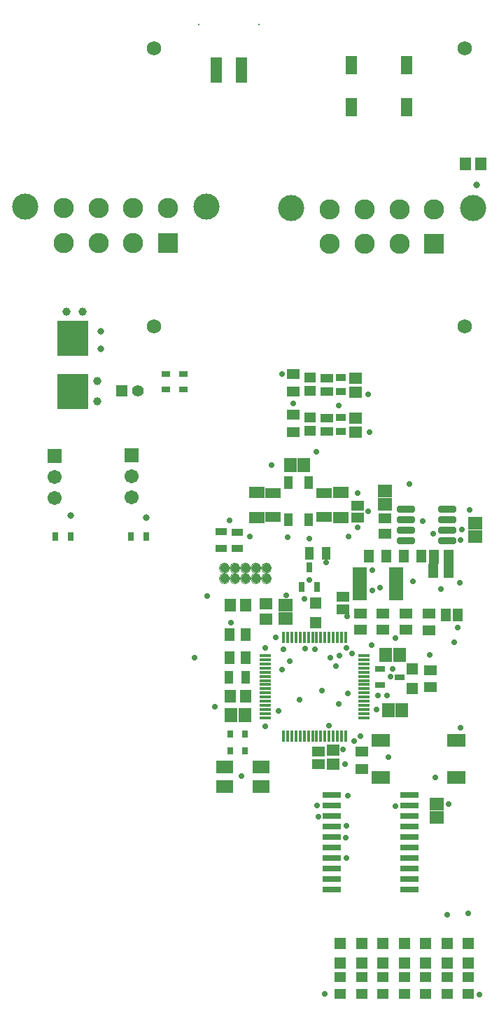
<source format=gts>
G04*
G04 #@! TF.GenerationSoftware,Altium Limited,Altium Designer,21.7.2 (23)*
G04*
G04 Layer_Color=8388736*
%FSLAX25Y25*%
%MOIN*%
G70*
G04*
G04 #@! TF.SameCoordinates,09E9BBC9-63B0-45BD-99AE-EBF3B05E1A71*
G04*
G04*
G04 #@! TF.FilePolarity,Negative*
G04*
G01*
G75*
%ADD19C,0.00000*%
%ADD20R,0.05800X0.12296*%
%ADD21R,0.15000X0.16693*%
%ADD22R,0.04134X0.03150*%
%ADD23R,0.05363X0.04558*%
%ADD24R,0.06115X0.06902*%
%ADD25R,0.06115X0.04147*%
%ADD26R,0.04343X0.06115*%
%ADD27R,0.07316X0.05339*%
%ADD28R,0.05151X0.03175*%
%ADD29R,0.05142X0.05938*%
%ADD30R,0.02559X0.03740*%
%ADD31R,0.05534X0.05938*%
%ADD32R,0.08280X0.06312*%
%ADD33R,0.05524X0.01666*%
%ADD34R,0.01666X0.05524*%
%ADD35R,0.03150X0.04134*%
%ADD36R,0.04422X0.06391*%
%ADD37R,0.06115X0.04934*%
%ADD38R,0.06312X0.05524*%
%ADD39R,0.08600X0.03000*%
%ADD40R,0.05709X0.03740*%
%ADD41R,0.05938X0.05534*%
%ADD42R,0.05500X0.09000*%
%ADD43R,0.07296X0.05131*%
%ADD44R,0.06902X0.06115*%
%ADD45R,0.03162X0.04540*%
%ADD46R,0.05328X0.05328*%
%ADD47R,0.06509X0.02178*%
%ADD48R,0.05938X0.04750*%
%ADD49R,0.05524X0.05131*%
%ADD50R,0.05727X0.06127*%
%ADD51R,0.09068X0.06312*%
%ADD52R,0.04540X0.03162*%
%ADD53R,0.05938X0.05142*%
%ADD54R,0.06391X0.04619*%
%ADD55R,0.04750X0.05938*%
%ADD56R,0.04934X0.06115*%
G04:AMPARAMS|DCode=57|XSize=84.77mil|YSize=31.23mil|CornerRadius=6.9mil|HoleSize=0mil|Usage=FLASHONLY|Rotation=180.000|XOffset=0mil|YOffset=0mil|HoleType=Round|Shape=RoundedRectangle|*
%AMROUNDEDRECTD57*
21,1,0.08477,0.01742,0,0,180.0*
21,1,0.07097,0.03123,0,0,180.0*
1,1,0.01381,-0.03548,0.00871*
1,1,0.01381,0.03548,0.00871*
1,1,0.01381,0.03548,-0.00871*
1,1,0.01381,-0.03548,-0.00871*
%
%ADD57ROUNDEDRECTD57*%
%ADD58R,0.04934X0.06509*%
%ADD59C,0.06800*%
%ADD60C,0.00800*%
%ADD61C,0.12411*%
%ADD62C,0.09655*%
%ADD63R,0.09655X0.09655*%
%ADD64C,0.05556*%
%ADD65R,0.05556X0.05556*%
%ADD66R,0.06737X0.06737*%
%ADD67C,0.06737*%
%ADD68C,0.04500*%
%ADD69C,0.02847*%
%ADD70C,0.03300*%
%ADD71C,0.03950*%
D19*
X-118351Y214400D02*
G03*
X-118351Y214400I-2449J0D01*
G01*
Y209400D02*
G03*
X-118351Y209400I-2449J0D01*
G01*
X-123351Y214400D02*
G03*
X-123351Y214400I-2449J0D01*
G01*
Y209400D02*
G03*
X-123351Y209400I-2449J0D01*
G01*
X-128351Y214400D02*
G03*
X-128351Y214400I-2449J0D01*
G01*
Y209400D02*
G03*
X-128351Y209400I-2449J0D01*
G01*
X-133351Y214400D02*
G03*
X-133351Y214400I-2449J0D01*
G01*
Y209400D02*
G03*
X-133351Y209400I-2449J0D01*
G01*
X-138351Y214400D02*
G03*
X-138351Y214400I-2449J0D01*
G01*
Y209400D02*
G03*
X-138351Y209400I-2449J0D01*
G01*
D20*
X-144506Y451465D02*
D03*
X-132694D02*
D03*
D21*
X-212900Y298561D02*
D03*
Y323639D02*
D03*
D22*
X-160400Y299458D02*
D03*
Y306742D02*
D03*
X-168700Y299358D02*
D03*
Y306642D02*
D03*
D23*
X-99900Y286157D02*
D03*
Y279643D02*
D03*
Y298643D02*
D03*
Y305157D02*
D03*
D24*
X-109348Y263300D02*
D03*
X-102852D02*
D03*
X-137648Y144500D02*
D03*
X-131152D02*
D03*
X-56204Y146900D02*
D03*
X-62700D02*
D03*
X-57352Y173000D02*
D03*
X-63848D02*
D03*
D25*
X-92100Y285948D02*
D03*
Y279452D02*
D03*
X-91900Y304948D02*
D03*
Y298452D02*
D03*
D26*
X-100579Y255257D02*
D03*
Y237343D02*
D03*
X-110421Y255257D02*
D03*
Y237343D02*
D03*
D27*
X-85300Y250508D02*
D03*
Y238492D02*
D03*
X-125300Y238392D02*
D03*
Y250408D02*
D03*
D28*
X-85300Y305050D02*
D03*
Y298350D02*
D03*
X-85200Y286050D02*
D03*
Y279350D02*
D03*
D29*
X-130557Y171800D02*
D03*
X-138243D02*
D03*
X-130557Y182800D02*
D03*
X-138243D02*
D03*
D30*
X-131017Y135393D02*
D03*
X-137907D02*
D03*
X-137852Y127493D02*
D03*
X-130962D02*
D03*
D31*
X-130753Y153600D02*
D03*
X-138047D02*
D03*
Y196700D02*
D03*
X-130753D02*
D03*
D32*
X-140761Y119924D02*
D03*
X-123439D02*
D03*
Y110476D02*
D03*
X-140761D02*
D03*
D33*
X-121250Y155058D02*
D03*
Y151120D02*
D03*
Y147184D02*
D03*
Y143246D02*
D03*
Y145215D02*
D03*
Y149152D02*
D03*
Y153089D02*
D03*
Y172774D02*
D03*
Y168837D02*
D03*
Y164900D02*
D03*
Y160963D02*
D03*
Y170806D02*
D03*
Y166868D02*
D03*
Y162932D02*
D03*
Y157026D02*
D03*
Y158994D02*
D03*
X-74400Y160963D02*
D03*
Y164900D02*
D03*
Y168837D02*
D03*
Y172774D02*
D03*
Y170806D02*
D03*
Y166868D02*
D03*
Y162932D02*
D03*
Y143246D02*
D03*
Y147184D02*
D03*
Y151120D02*
D03*
Y155058D02*
D03*
Y145215D02*
D03*
Y149152D02*
D03*
Y153089D02*
D03*
Y158994D02*
D03*
Y157026D02*
D03*
D34*
X-100778Y181435D02*
D03*
X-104715D02*
D03*
X-108652D02*
D03*
X-112589D02*
D03*
X-110620D02*
D03*
X-106684D02*
D03*
X-102746D02*
D03*
X-83061D02*
D03*
X-86998D02*
D03*
X-90935D02*
D03*
X-94872D02*
D03*
X-85030D02*
D03*
X-88967D02*
D03*
X-92904D02*
D03*
X-98809D02*
D03*
X-96841D02*
D03*
X-94872Y134585D02*
D03*
X-90935D02*
D03*
X-86998D02*
D03*
X-83061D02*
D03*
X-85030D02*
D03*
X-88967D02*
D03*
X-92904D02*
D03*
X-112589D02*
D03*
X-108652D02*
D03*
X-104715D02*
D03*
X-100778D02*
D03*
X-110620D02*
D03*
X-106684D02*
D03*
X-102746D02*
D03*
X-96841D02*
D03*
X-98809D02*
D03*
D35*
X-221242Y229500D02*
D03*
X-213958D02*
D03*
X-185242D02*
D03*
X-177958D02*
D03*
D36*
X-130663Y162400D02*
D03*
X-138537D02*
D03*
X-92463Y221400D02*
D03*
X-100337D02*
D03*
D37*
X-96100Y121147D02*
D03*
Y127053D02*
D03*
X-77500Y244253D02*
D03*
Y238347D02*
D03*
X-84200Y194847D02*
D03*
Y200753D02*
D03*
D38*
X-89000Y121153D02*
D03*
Y127847D02*
D03*
X-78400Y285946D02*
D03*
Y279254D02*
D03*
X-78500Y298153D02*
D03*
Y304847D02*
D03*
D39*
X-89700Y106300D02*
D03*
Y101300D02*
D03*
Y96300D02*
D03*
Y91300D02*
D03*
Y86300D02*
D03*
Y81300D02*
D03*
Y76300D02*
D03*
Y71300D02*
D03*
Y66300D02*
D03*
Y61300D02*
D03*
X-52700D02*
D03*
Y66300D02*
D03*
Y71300D02*
D03*
Y76300D02*
D03*
Y81300D02*
D03*
Y86300D02*
D03*
Y91300D02*
D03*
Y96300D02*
D03*
Y101300D02*
D03*
Y106300D02*
D03*
D40*
X-142200Y223961D02*
D03*
Y231639D02*
D03*
X-134800Y231539D02*
D03*
Y223861D02*
D03*
D41*
X-121000Y190253D02*
D03*
Y197547D02*
D03*
D42*
X-53950Y433800D02*
D03*
Y453800D02*
D03*
X-80450D02*
D03*
Y433800D02*
D03*
D43*
X-117546Y238890D02*
D03*
Y250110D02*
D03*
X-93400Y250110D02*
D03*
Y238890D02*
D03*
D44*
X-111600Y196848D02*
D03*
Y190352D02*
D03*
X-39800Y95652D02*
D03*
Y102148D02*
D03*
X-64300Y251148D02*
D03*
Y244652D02*
D03*
X-21400Y229352D02*
D03*
Y235848D02*
D03*
D45*
X-104140Y205474D02*
D03*
X-96660D02*
D03*
X-100400Y214726D02*
D03*
D46*
X-97400Y197826D02*
D03*
Y188574D02*
D03*
X-55100Y35700D02*
D03*
Y26448D02*
D03*
X-65284Y35700D02*
D03*
Y26448D02*
D03*
X-44916Y35700D02*
D03*
Y26448D02*
D03*
X-34732Y35700D02*
D03*
Y26448D02*
D03*
X-24548Y35700D02*
D03*
Y26448D02*
D03*
X-75468Y35700D02*
D03*
Y26448D02*
D03*
X-51200Y157174D02*
D03*
Y166426D02*
D03*
X-85651Y35700D02*
D03*
Y26448D02*
D03*
D47*
X-76360Y207884D02*
D03*
Y213790D02*
D03*
Y211821D02*
D03*
Y209853D02*
D03*
Y205916D02*
D03*
Y203947D02*
D03*
Y201979D02*
D03*
Y200010D02*
D03*
X-58840D02*
D03*
Y213790D02*
D03*
Y211821D02*
D03*
Y209853D02*
D03*
Y207884D02*
D03*
Y205916D02*
D03*
Y203947D02*
D03*
Y201979D02*
D03*
D48*
X-108000Y279063D02*
D03*
Y287337D02*
D03*
X-107900Y298463D02*
D03*
Y306737D02*
D03*
X-75400Y127137D02*
D03*
Y118863D02*
D03*
X-42800Y165937D02*
D03*
Y157663D02*
D03*
D49*
X-44933Y11640D02*
D03*
Y19908D02*
D03*
X-55100Y11640D02*
D03*
Y19908D02*
D03*
X-34767Y11640D02*
D03*
Y19908D02*
D03*
X-24600Y11640D02*
D03*
Y19908D02*
D03*
X-75433Y11640D02*
D03*
Y19908D02*
D03*
X-65267Y11640D02*
D03*
Y19908D02*
D03*
X-85600Y11640D02*
D03*
Y19908D02*
D03*
D50*
X-25845Y406700D02*
D03*
X-18555D02*
D03*
D51*
X-30487Y132558D02*
D03*
X-66313D02*
D03*
X-30487Y114842D02*
D03*
X-66313D02*
D03*
D52*
X-66626Y166340D02*
D03*
Y158860D02*
D03*
X-57374Y162600D02*
D03*
D53*
X-54300Y192743D02*
D03*
Y185057D02*
D03*
X-65200Y192743D02*
D03*
Y185057D02*
D03*
X-76100Y192743D02*
D03*
Y185057D02*
D03*
X-43400Y192643D02*
D03*
Y184957D02*
D03*
D54*
X-64500Y238161D02*
D03*
Y230839D02*
D03*
D55*
X-63563Y220000D02*
D03*
X-71837D02*
D03*
X-55404D02*
D03*
X-47130D02*
D03*
D56*
X-29547Y192100D02*
D03*
X-35453D02*
D03*
D57*
X-54328Y227400D02*
D03*
Y232400D02*
D03*
Y237400D02*
D03*
Y242400D02*
D03*
X-34800D02*
D03*
Y237400D02*
D03*
Y232400D02*
D03*
Y227400D02*
D03*
D58*
X-41242Y213200D02*
D03*
X-33958D02*
D03*
X-33858Y219800D02*
D03*
X-41142D02*
D03*
D59*
X-26500Y461900D02*
D03*
X-174500D02*
D03*
X-26500Y329600D02*
D03*
X-174500D02*
D03*
D60*
X-152970Y473000D02*
D03*
X-124230D02*
D03*
D61*
X-109054Y385943D02*
D03*
X-22440D02*
D03*
X-235804Y386487D02*
D03*
X-149190D02*
D03*
D62*
X-90550Y385191D02*
D03*
X-74015D02*
D03*
X-57479D02*
D03*
X-40944D02*
D03*
X-90550Y368655D02*
D03*
X-74015D02*
D03*
X-57479D02*
D03*
X-217300Y385735D02*
D03*
X-200765D02*
D03*
X-184229D02*
D03*
X-167694D02*
D03*
X-217300Y369200D02*
D03*
X-200765D02*
D03*
X-184229D02*
D03*
D63*
X-40944Y368655D02*
D03*
X-167694Y369200D02*
D03*
D64*
X-181863Y298700D02*
D03*
D65*
X-189737D02*
D03*
D66*
X-185058Y268000D02*
D03*
X-221600Y267900D02*
D03*
D67*
X-185058Y258000D02*
D03*
Y248000D02*
D03*
X-221600Y247900D02*
D03*
Y257900D02*
D03*
D68*
X-120800Y214400D02*
D03*
Y209400D02*
D03*
X-125800Y214400D02*
D03*
Y209400D02*
D03*
X-130800Y214400D02*
D03*
Y209400D02*
D03*
X-135800Y214400D02*
D03*
Y209400D02*
D03*
X-140800Y214400D02*
D03*
Y209400D02*
D03*
D69*
X-85942Y172766D02*
D03*
X-29547Y186253D02*
D03*
X-66600Y205200D02*
D03*
X-102500Y176000D02*
D03*
X-67600Y153700D02*
D03*
X-81900Y154900D02*
D03*
X-82600Y176300D02*
D03*
X-43000Y173000D02*
D03*
X-96887Y269700D02*
D03*
X-86300Y291800D02*
D03*
X-138500Y237200D02*
D03*
X-113500Y306700D02*
D03*
X-149100Y201000D02*
D03*
X-92900Y11800D02*
D03*
X-118300Y263400D02*
D03*
X-34000Y102000D02*
D03*
X-132600Y115550D02*
D03*
X-114900Y146600D02*
D03*
X-145200Y148300D02*
D03*
X-121300Y139100D02*
D03*
X-113300Y166000D02*
D03*
X-83400Y121200D02*
D03*
X-62600Y124500D02*
D03*
X-84200Y128100D02*
D03*
X-78900Y132000D02*
D03*
X-75900Y134600D02*
D03*
X-28500Y138400D02*
D03*
X-91010Y139590D02*
D03*
X-68427Y147073D02*
D03*
X-86200Y149800D02*
D03*
X-104967Y151633D02*
D03*
X-63300Y153700D02*
D03*
X-94200Y156000D02*
D03*
X-61700Y162700D02*
D03*
X-109800Y170200D02*
D03*
X-154900Y171800D02*
D03*
X-111300Y201300D02*
D03*
X-112800Y175700D02*
D03*
X-121500Y176300D02*
D03*
X-116407Y181513D02*
D03*
X-137793Y188407D02*
D03*
X-110700Y229000D02*
D03*
X-128700Y229600D02*
D03*
X-60700Y166400D02*
D03*
X-87600Y167900D02*
D03*
X-90300Y171900D02*
D03*
X-80000Y173800D02*
D03*
X-97800Y175900D02*
D03*
X-70548Y177752D02*
D03*
X-31200Y179000D02*
D03*
X-59300Y181000D02*
D03*
X-82200Y191300D02*
D03*
X-102800Y199900D02*
D03*
X-70200Y203900D02*
D03*
X-37800Y204300D02*
D03*
X-108100Y292700D02*
D03*
X-100500Y228400D02*
D03*
X-100400Y208800D02*
D03*
X-92200Y217100D02*
D03*
X-81800Y229300D02*
D03*
X-77500Y250200D02*
D03*
X-77200Y233900D02*
D03*
X-72500Y297100D02*
D03*
X-72173Y241327D02*
D03*
X-71800Y279200D02*
D03*
X-70400Y213400D02*
D03*
X-52600Y254500D02*
D03*
X-19300Y11500D02*
D03*
X-34732Y49468D02*
D03*
X-24700Y50000D02*
D03*
X-82700Y76300D02*
D03*
X-83050Y86250D02*
D03*
X-82644Y91823D02*
D03*
X-95923Y96123D02*
D03*
X-59500Y101050D02*
D03*
X-96700Y101300D02*
D03*
X-28800Y207500D02*
D03*
X-51038Y208100D02*
D03*
X-46200Y236700D02*
D03*
X-41200Y230900D02*
D03*
X-28376Y227800D02*
D03*
X-27729Y232700D02*
D03*
X-23900Y242200D02*
D03*
X-81977Y106292D02*
D03*
X-40300Y114700D02*
D03*
D70*
X-20800Y396800D02*
D03*
X-213900Y239300D02*
D03*
X-178100Y238500D02*
D03*
X-199600Y327161D02*
D03*
Y318761D02*
D03*
D71*
X-201200Y293661D02*
D03*
X-208500Y336561D02*
D03*
X-215900D02*
D03*
X-201200Y303561D02*
D03*
M02*

</source>
